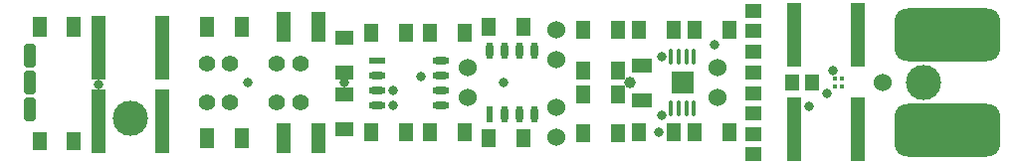
<source format=gbr>
%FSTAX23Y23*%
%MOMM*%
%SFA1B1*%

%IPPOS*%
%AMD32*
4,1,8,-0.500380,0.749300,-0.500380,-0.749300,-0.248920,-1.000760,0.248920,-1.000760,0.500380,-0.749300,0.500380,0.749300,0.248920,1.000760,-0.248920,1.000760,-0.500380,0.749300,0.0*
1,1,0.500000,-0.248920,0.749300*
1,1,0.500000,-0.248920,-0.749300*
1,1,0.500000,0.248920,-0.749300*
1,1,0.500000,0.248920,0.749300*
%
%AMD33*
4,1,8,3.375660,2.250440,-3.375660,2.250440,-4.500880,1.125220,-4.500880,-1.125220,-3.375660,-2.250440,3.375660,-2.250440,4.500880,-1.125220,4.500880,1.125220,3.375660,2.250440,0.0*
1,1,2.250000,3.375660,1.125220*
1,1,2.250000,-3.375660,1.125220*
1,1,2.250000,-3.375660,-1.125220*
1,1,2.250000,3.375660,-1.125220*
%
%ADD10O,1.449997X0.599999*%
%ADD11R,1.449997X0.599999*%
%ADD12O,0.599999X1.449997*%
%ADD13R,0.599999X1.449997*%
%ADD14O,0.419999X1.349997*%
%ADD15R,1.979996X1.879996*%
%ADD16R,1.299997X1.549997*%
%ADD17R,1.549997X1.299997*%
%ADD18R,1.199998X1.349997*%
%ADD19R,1.349997X1.199998*%
%ADD20R,0.399999X0.299999*%
%ADD22R,1.149998X1.749997*%
%ADD23R,1.749997X1.149998*%
%ADD24R,1.299997X5.399989*%
%ADD25R,1.149998X2.649995*%
%ADD31C,1.399997*%
G04~CAMADD=32~8~0.0~0.0~787.4~393.7~98.4~0.0~15~0.0~0.0~0.0~0.0~0~0.0~0.0~0.0~0.0~0~0.0~0.0~0.0~90.0~394.0~788.0*
%ADD32D32*%
G04~CAMADD=33~8~0.0~0.0~3543.3~1771.7~442.9~0.0~15~0.0~0.0~0.0~0.0~0~0.0~0.0~0.0~0.0~0~0.0~0.0~0.0~0.0~3543.3~1771.7*
%ADD33D33*%
%ADD34C,1.523997*%
%ADD35C,0.599999*%
%ADD36C,0.799998*%
%ADD37C,0.999998*%
%ADD44C,2.999994*%
%LNmicamp_soldermask_top-1*%
%LPD*%
G54D10*
X35924Y06094D03*
Y07364D03*
Y08634D03*
Y09904D03*
X30474Y06094D03*
Y07364D03*
Y08634D03*
G54D11*
X30474Y09904D03*
G54D12*
X43904Y10724D03*
X42634D03*
X41364D03*
X40094D03*
X43904Y05274D03*
X42634D03*
X41364D03*
G54D13*
X40094Y05274D03*
G54D14*
X55524Y05774D03*
X56174D03*
X56824D03*
X57474D03*
X55524Y10224D03*
X56174D03*
X56824D03*
X57474D03*
G54D15*
X56499Y07999D03*
G54D16*
X48024Y08999D03*
X50974D03*
Y06974D03*
X48024D03*
X42974Y12749D03*
X40024D03*
X32974Y12249D03*
X30024D03*
X04724Y02999D03*
X01774D03*
X37974Y12249D03*
X35024D03*
X48024Y12499D03*
X50974D03*
X48024Y03699D03*
X50974D03*
X37974Y03774D03*
X35024D03*
X32974Y03749D03*
X30024D03*
X57524D03*
X60474D03*
X57524Y12474D03*
X60474D03*
X42974Y03249D03*
X40024D03*
X55724Y03749D03*
X52774D03*
Y12499D03*
X55724D03*
G54D17*
X27749Y11824D03*
Y08874D03*
Y04024D03*
Y06974D03*
G54D18*
X65799Y07999D03*
X67499D03*
G54D19*
X62499Y14099D03*
Y12399D03*
Y01924D03*
Y03624D03*
Y05399D03*
Y07099D03*
Y10599D03*
Y08899D03*
G54D20*
X69429Y08319D03*
Y07679D03*
X70069D03*
Y08319D03*
G54D22*
X04724Y12749D03*
X01774D03*
X18974D03*
X16024D03*
Y03249D03*
X18974D03*
G54D23*
X52999Y09474D03*
Y06524D03*
G54D24*
X65999Y12059D03*
X71399D03*
X06799Y10999D03*
X12199D03*
Y04749D03*
X06799D03*
X65999Y04024D03*
X71399D03*
G54D25*
X25474Y12749D03*
X22524D03*
Y03249D03*
X25474D03*
G54D31*
X23999Y09649D03*
X21999D03*
X17999D03*
X15999D03*
Y0635D03*
X17999D03*
X21999D03*
X23999D03*
G54D32*
X00999Y05699D03*
Y07999D03*
Y10299D03*
G54D33*
X78999Y03939D03*
Y12059D03*
G54D34*
X73499Y07999D03*
X38249Y06749D03*
Y09249D03*
X45749Y12499D03*
Y09999D03*
Y05899D03*
Y03399D03*
X59499Y09249D03*
Y06749D03*
G54D35*
X55949Y07449D03*
Y08549D03*
X57049Y07449D03*
Y08549D03*
G54D36*
X68749Y07099D03*
X69249Y08999D03*
X67249Y05999D03*
X35024Y03774D03*
X04749Y12749D03*
X60499Y03749D03*
X34249Y08549D03*
X41249Y07999D03*
X27749D03*
X59249Y11249D03*
X54749Y10224D03*
Y05249D03*
X52774Y12474D03*
X54499Y03749D03*
X06799Y07874D03*
X19499Y07999D03*
X31884Y07364D03*
Y06094D03*
G54D37*
X51999Y07999D03*
G54D44*
X09499Y04949D03*
X76999Y07999D03*
M02*
</source>
